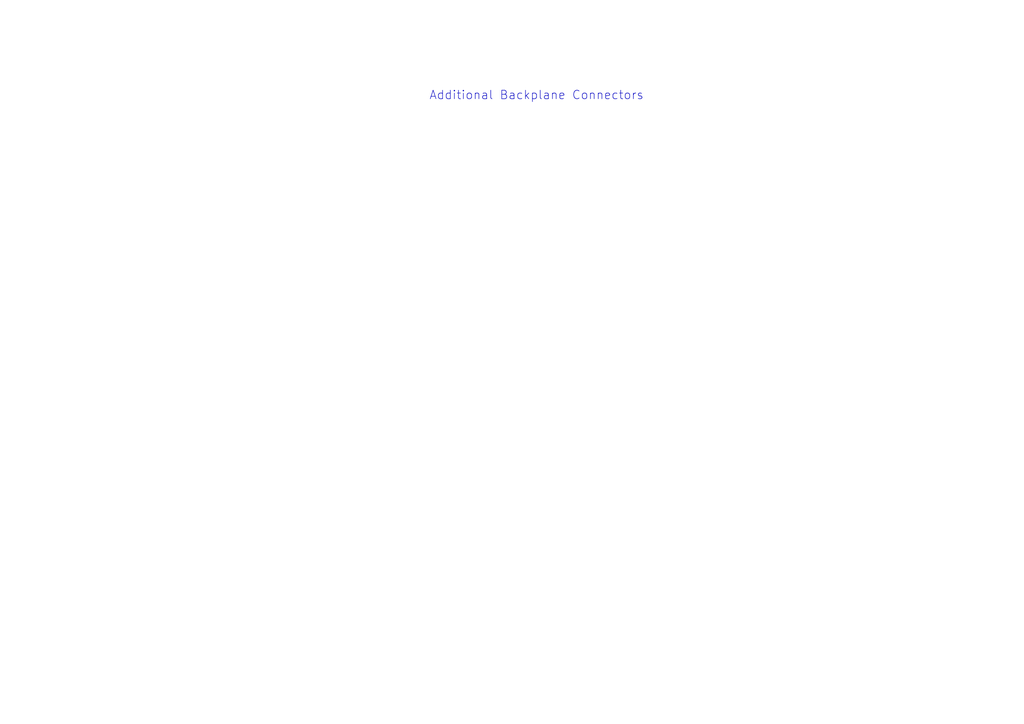
<source format=kicad_sch>
(kicad_sch
	(version 20231120)
	(generator "eeschema")
	(generator_version "8.0")
	(uuid "ac288557-ced6-403e-9f15-9ff7732473a1")
	(paper "A4")
	(title_block
		(title "SAP-Plus blackplane connectors")
		(date "2024-09-18")
		(rev "1.0")
		(company "github.com/TomNisbet/sap-plus")
	)
	(lib_symbols)
	(text "Additional Backplane Connectors"
		(exclude_from_sim no)
		(at 124.46 29.21 0)
		(effects
			(font
				(size 2.4892 2.4892)
			)
			(justify left bottom)
		)
		(uuid "634352a3-d1e7-410f-8822-cdf633ce802c")
	)
)

</source>
